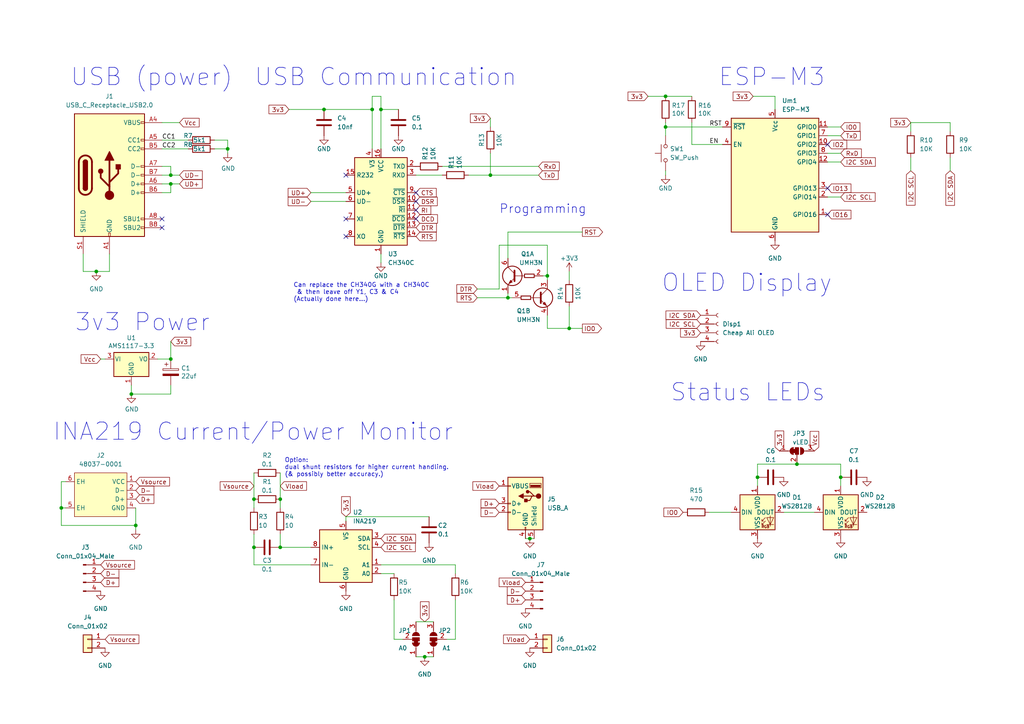
<source format=kicad_sch>
(kicad_sch (version 20211123) (generator eeschema)
  (paper "A4")
  (title_block (title "Remote Power Meter") (rev "1.0.0") (company "S. A. Miller"))
  (lib_symbols
    (symbol "Connector:Conn_01x04_Female" (pin_names (offset 1.016) hide)
      (property "Reference" "J" (at 0 5.08 0))
      (property "Value" "Conn_01x04_Female" (at 0 -7.62 0))
      (symbol "Conn_01x04_Female_1_1"
        (arc (start 0 -4.572) (mid -0.508 -5.08) (end 0 -5.588) (stroke (width 0.1524)))
        (arc (start 0 -2.032) (mid -0.508 -2.54) (end 0 -3.048) (stroke (width 0.1524)))
        (polyline (pts (xy -1.27 -5.08) (xy -0.508 -5.08)) (stroke (width 0.1524)))
        (polyline (pts (xy -1.27 -2.54) (xy -0.508 -2.54)) (stroke (width 0.1524)))
        (polyline (pts (xy -1.27 0) (xy -0.508 0)) (stroke (width 0.1524)))
        (polyline (pts (xy -1.27 2.54) (xy -0.508 2.54)) (stroke (width 0.1524)))
        (arc (start 0 0.508) (mid -0.508 0) (end 0 -0.508) (stroke (width 0.1524)))
        (arc (start 0 3.048) (mid -0.508 2.54) (end 0 2.032) (stroke (width 0.1524)))
        (pin passive line (at -5.08 2.54 0) (length 3.81) (name "Pin_1") (number "1"))
        (pin passive line (at -5.08 0 0) (length 3.81) (name "Pin_2") (number "2"))
        (pin passive line (at -5.08 -2.54 0) (length 3.81) (name "Pin_3") (number "3"))
        (pin passive line (at -5.08 -5.08 0) (length 3.81) (name "Pin_4") (number "4"))
      )
    )
    (symbol "Connector:Conn_01x04_Male" (pin_names (offset 1.016) hide)
      (property "Reference" "J" (at 0 5.08 0))
      (property "Value" "Conn_01x04_Male" (at 0 -7.62 0))
      (symbol "Conn_01x04_Male_1_1"
        (polyline (pts (xy 1.27 -5.08) (xy 0.8636 -5.08)) (stroke (width 0.1524)))
        (polyline (pts (xy 1.27 -2.54) (xy 0.8636 -2.54)) (stroke (width 0.1524)))
        (polyline (pts (xy 1.27 0) (xy 0.8636 0)) (stroke (width 0.1524)))
        (polyline (pts (xy 1.27 2.54) (xy 0.8636 2.54)) (stroke (width 0.1524)))
        (rectangle (start 0.8636 -4.953) (end 0 -5.207) (stroke (width 0.1524)) (fill (type outline)))
        (rectangle (start 0.8636 -2.413) (end 0 -2.667) (stroke (width 0.1524)) (fill (type outline)))
        (rectangle (start 0.8636 0.127) (end 0 -0.127) (stroke (width 0.1524)) (fill (type outline)))
        (rectangle (start 0.8636 2.667) (end 0 2.413) (stroke (width 0.1524)) (fill (type outline)))
        (pin passive line (at 5.08 2.54 180) (length 3.81) (name "Pin_1") (number "1"))
        (pin passive line (at 5.08 0 180) (length 3.81) (name "Pin_2") (number "2"))
        (pin passive line (at 5.08 -2.54 180) (length 3.81) (name "Pin_3") (number "3"))
        (pin passive line (at 5.08 -5.08 180) (length 3.81) (name "Pin_4") (number "4"))
      )
    )
    (symbol "Connector:USB_A" (pin_names (offset 1.016))
      (property "Reference" "J" (at -5.08 11.43 0))
      (property "Value" "USB_A" (at -5.08 8.89 0))
      (symbol "USB_A_0_1"
        (rectangle (start -5.08 -7.62) (end 5.08 7.62) (stroke (width 0.254)) (fill (type background)))
        (circle (center -3.81 2.159) (radius 0.635) (stroke (width 0.254)) (fill (type outline)))
        (rectangle (start -1.524 4.826) (end -4.318 5.334) (fill (type outline)))
        (rectangle (start -1.27 4.572) (end -4.572 5.842))
        (circle (center -0.635 3.429) (radius 0.381) (stroke (width 0.254)) (fill (type outline)))
        (rectangle (start -0.127 -7.62) (end 0.127 -6.858))
        (polyline (pts (xy -3.175 2.159) (xy -2.54 2.159) (xy -1.27 3.429) (xy -0.635 3.429)) (stroke (width 0.254)))
        (polyline (pts (xy -2.54 2.159) (xy -1.905 2.159) (xy -1.27 0.889) (xy 0 0.889)) (stroke (width 0.254)))
        (polyline (pts (xy 0.635 2.794) (xy 0.635 1.524) (xy 1.905 2.159) (xy 0.635 2.794)) (stroke (width 0.254)) (fill (type outline)))
        (rectangle (start 0.254 1.27) (end -0.508 0.508) (stroke (width 0.254)) (fill (type outline)))
        (rectangle (start 5.08 -2.667) (end 4.318 -2.413))
        (rectangle (start 5.08 -0.127) (end 4.318 0.127))
        (rectangle (start 5.08 4.953) (end 4.318 5.207))
      )
      (symbol "USB_A_1_1"
        (polyline (pts (xy -1.905 2.159) (xy 0.635 2.159)) (stroke (width 0.254)))
        (pin power_in line (at 7.62 5.08 180) (length 2.54) (name "VBUS") (number "1"))
        (pin bidirectional line (at 7.62 -2.54 180) (length 2.54) (name "D-") (number "2"))
        (pin bidirectional line (at 7.62 0 180) (length 2.54) (name "D+") (number "3"))
        (pin power_in line (at 0 -10.16 90) (length 2.54) (name "GND") (number "4"))
        (pin passive line (at -2.54 -10.16 90) (length 2.54) (name "Shield") (number "5"))
      )
    )
    (symbol "Connector:USB_C_Receptacle_USB2.0" (pin_names (offset 1.016))
      (property "Reference" "J" (at -10.16 19.05 0))
      (property "Value" "USB_C_Receptacle_USB2.0" (at 19.05 19.05 0))
      (symbol "USB_C_Receptacle_USB2.0_0_0"
        (rectangle (start -0.254 -17.78) (end 0.254 -16.764))
        (rectangle (start 10.16 -14.986) (end 9.144 -15.494))
        (rectangle (start 10.16 -12.446) (end 9.144 -12.954))
        (rectangle (start 10.16 -4.826) (end 9.144 -5.334))
        (rectangle (start 10.16 -2.286) (end 9.144 -2.794))
        (rectangle (start 10.16 0.254) (end 9.144 -0.254))
        (rectangle (start 10.16 2.794) (end 9.144 2.286))
        (rectangle (start 10.16 7.874) (end 9.144 7.366))
        (rectangle (start 10.16 10.414) (end 9.144 9.906))
        (rectangle (start 10.16 15.494) (end 9.144 14.986))
      )
      (symbol "USB_C_Receptacle_USB2.0_0_1"
        (rectangle (start -10.16 17.78) (end 10.16 -17.78) (stroke (width 0.254)) (fill (type background)))
        (arc (start -8.89 -3.81) (mid -6.985 -5.715) (end -5.08 -3.81) (stroke (width 0.508)))
        (arc (start -7.62 -3.81) (mid -6.985 -4.445) (end -6.35 -3.81) (stroke (width 0.254)))
        (arc (start -7.62 -3.81) (mid -6.985 -4.445) (end -6.35 -3.81) (stroke (width 0.254)) (fill (type outline)))
        (rectangle (start -7.62 -3.81) (end -6.35 3.81) (stroke (width 0.254)) (fill (type outline)))
        (arc (start -6.35 3.81) (mid -6.985 4.445) (end -7.62 3.81) (stroke (width 0.254)))
        (arc (start -6.35 3.81) (mid -6.985 4.445) (end -7.62 3.81) (stroke (width 0.254)) (fill (type outline)))
        (arc (start -5.08 3.81) (mid -6.985 5.715) (end -8.89 3.81) (stroke (width 0.508)))
        (circle (center -2.54 1.143) (radius 0.635) (stroke (width 0.254)) (fill (type outline)))
        (circle (center 0 -5.842) (radius 1.27) (fill (type outline)))
        (polyline (pts (xy -8.89 -3.81) (xy -8.89 3.81)) (stroke (width 0.508)))
        (polyline (pts (xy -5.08 3.81) (xy -5.08 -3.81)) (stroke (width 0.508)))
        (polyline (pts (xy 0 -5.842) (xy 0 4.318)) (stroke (width 0.508)))
        (polyline (pts (xy 0 -3.302) (xy -2.54 -0.762) (xy -2.54 0.508)) (stroke (width 0.508)))
        (polyline (pts (xy 0 -2.032) (xy 2.54 0.508) (xy 2.54 1.778)) (stroke (width 0.508)))
        (polyline (pts (xy -1.27 4.318) (xy 0 6.858) (xy 1.27 4.318) (xy -1.27 4.318)) (stroke (width 0.254)) (fill (type outline)))
        (rectangle (start 1.905 1.778) (end 3.175 3.048) (stroke (width 0.254)) (fill (type outline)))
      )
      (symbol "USB_C_Receptacle_USB2.0_1_1"
        (pin passive line (at 0 -22.86 90) (length 5.08) (name "GND") (number "A1"))
        (pin passive line (at 0 -22.86 90) (length 5.08) hide (name "GND") (number "A12"))
        (pin passive line (at 15.24 15.24 180) (length 5.08) (name "VBUS") (number "A4"))
        (pin bidirectional line (at 15.24 10.16 180) (length 5.08) (name "CC1") (number "A5"))
        (pin bidirectional line (at 15.24 -2.54 180) (length 5.08) (name "D+") (number "A6"))
        (pin bidirectional line (at 15.24 2.54 180) (length 5.08) (name "D-") (number "A7"))
        (pin bidirectional line (at 15.24 -12.7 180) (length 5.08) (name "SBU1") (number "A8"))
        (pin passive line (at 15.24 15.24 180) (length 5.08) hide (name "VBUS") (number "A9"))
        (pin passive line (at 0 -22.86 90) (length 5.08) hide (name "GND") (number "B1"))
        (pin passive line (at 0 -22.86 90) (length 5.08) hide (name "GND") (number "B12"))
        (pin passive line (at 15.24 15.24 180) (length 5.08) hide (name "VBUS") (number "B4"))
        (pin bidirectional line (at 15.24 7.62 180) (length 5.08) (name "CC2") (number "B5"))
        (pin bidirectional line (at 15.24 -5.08 180) (length 5.08) (name "D+") (number "B6"))
        (pin bidirectional line (at 15.24 0 180) (length 5.08) (name "D-") (number "B7"))
        (pin bidirectional line (at 15.24 -15.24 180) (length 5.08) (name "SBU2") (number "B8"))
        (pin passive line (at 15.24 15.24 180) (length 5.08) hide (name "VBUS") (number "B9"))
        (pin passive line (at -7.62 -22.86 90) (length 5.08) (name "SHIELD") (number "S1"))
      )
    )
    (symbol "Connector_Generic:Conn_01x02" (pin_names (offset 1.016) hide)
      (property "Reference" "J" (at 0 2.54 0))
      (property "Value" "Conn_01x02" (at 0 -5.08 0))
      (symbol "Conn_01x02_1_1"
        (rectangle (start -1.27 -2.413) (end 0 -2.667) (stroke (width 0.1524)))
        (rectangle (start -1.27 0.127) (end 0 -0.127) (stroke (width 0.1524)))
        (rectangle (start -1.27 1.27) (end 1.27 -3.81) (stroke (width 0.254)) (fill (type background)))
        (pin passive line (at -5.08 0 0) (length 3.81) (name "Pin_1") (number "1"))
        (pin passive line (at -5.08 -2.54 0) (length 3.81) (name "Pin_2") (number "2"))
      )
    )
    (symbol "Device:C" (pin_numbers hide) (pin_names (offset 0.254))
      (property "Reference" "C" (at 0.635 2.54 0))
      (property "Value" "C" (at 0.635 -2.54 0))
      (symbol "C_0_1"
        (polyline (pts (xy -2.032 -0.762) (xy 2.032 -0.762)) (stroke (width 0.508)))
        (polyline (pts (xy -2.032 0.762) (xy 2.032 0.762)) (stroke (width 0.508)))
      )
      (symbol "C_1_1"
        (pin passive line (at 0 3.81 270) (length 2.794) (name "~") (number "1"))
        (pin passive line (at 0 -3.81 90) (length 2.794) (name "~") (number "2"))
      )
    )
    (symbol "Device:CP" (pin_numbers hide) (pin_names (offset 0.254))
      (property "Reference" "C" (at 0.635 2.54 0))
      (property "Value" "Device_CP" (at 0.635 -2.54 0))
      (symbol "CP_0_1"
        (rectangle (start -2.286 0.508) (end 2.286 1.016))
        (polyline (pts (xy -1.778 2.286) (xy -0.762 2.286)))
        (polyline (pts (xy -1.27 2.794) (xy -1.27 1.778)))
        (rectangle (start 2.286 -0.508) (end -2.286 -1.016) (fill (type outline)))
      )
      (symbol "CP_1_1"
        (pin passive line (at 0 3.81 270) (length 2.794) (name "~") (number "1"))
        (pin passive line (at 0 -3.81 90) (length 2.794) (name "~") (number "2"))
      )
    )
    (symbol "Device:R" (pin_numbers hide) (pin_names (offset 0))
      (property "Reference" "R" (at 2.032 0 90))
      (property "Value" "R" (at 0 0 90))
      (symbol "R_0_1"
        (rectangle (start -1.016 -2.54) (end 1.016 2.54) (stroke (width 0.254)))
      )
      (symbol "R_1_1"
        (pin passive line (at 0 3.81 270) (length 1.27) (name "~") (number "1"))
        (pin passive line (at 0 -3.81 90) (length 1.27) (name "~") (number "2"))
      )
    )
    (symbol "Interface_USB:CH340G"
      (property "Reference" "U" (at -5.08 13.97 0))
      (property "Value" "CH340G" (at 1.27 13.97 0))
      (symbol "CH340G_0_1"
        (rectangle (start -7.62 12.7) (end 7.62 -12.7) (stroke (width 0.254)) (fill (type background)))
      )
      (symbol "CH340G_1_1"
        (pin power_in line (at 0 -15.24 90) (length 2.54) (name "GND") (number "1"))
        (pin input line (at 10.16 0 180) (length 2.54) (name "~{DSR}") (number "10"))
        (pin input line (at 10.16 -2.54 180) (length 2.54) (name "~{RI}") (number "11"))
        (pin input line (at 10.16 -5.08 180) (length 2.54) (name "~{DCD}") (number "12"))
        (pin output line (at 10.16 -7.62 180) (length 2.54) (name "~{DTR}") (number "13"))
        (pin output line (at 10.16 -10.16 180) (length 2.54) (name "~{RTS}") (number "14"))
        (pin input line (at -10.16 7.62 0) (length 2.54) (name "R232") (number "15"))
        (pin power_in line (at 0 15.24 270) (length 2.54) (name "VCC") (number "16"))
        (pin output line (at 10.16 10.16 180) (length 2.54) (name "TXD") (number "2"))
        (pin input line (at 10.16 7.62 180) (length 2.54) (name "RXD") (number "3"))
        (pin passive line (at -2.54 15.24 270) (length 2.54) (name "V3") (number "4"))
        (pin bidirectional line (at -10.16 2.54 0) (length 2.54) (name "UD+") (number "5"))
        (pin bidirectional line (at -10.16 0 0) (length 2.54) (name "UD-") (number "6"))
        (pin input line (at -10.16 -5.08 0) (length 2.54) (name "XI") (number "7"))
        (pin output line (at -10.16 -10.16 0) (length 2.54) (name "XO") (number "8"))
        (pin input line (at 10.16 2.54 180) (length 2.54) (name "~{CTS}") (number "9"))
      )
    )
    (symbol "Jumper:SolderJumper_3_Bridged12" (pin_names (offset 0) hide)
      (property "Reference" "JP" (at -2.54 -2.54 0))
      (property "Value" "SolderJumper_3_Bridged12" (at 0 2.794 0))
      (symbol "SolderJumper_3_Bridged12_0_1"
        (rectangle (start -1.016 0.508) (end -0.508 -0.508) (fill (type outline)))
        (arc (start -1.016 1.016) (mid -2.032 0) (end -1.016 -1.016))
        (arc (start -1.016 1.016) (mid -2.032 0) (end -1.016 -1.016) (fill (type outline)))
        (rectangle (start -0.508 1.016) (end 0.508 -1.016) (fill (type outline)))
        (polyline (pts (xy -2.54 0) (xy -2.032 0)))
        (polyline (pts (xy -1.016 1.016) (xy -1.016 -1.016)))
        (polyline (pts (xy 0 -1.27) (xy 0 -1.016)))
        (polyline (pts (xy 1.016 1.016) (xy 1.016 -1.016)))
        (polyline (pts (xy 2.54 0) (xy 2.032 0)))
        (arc (start 1.016 -1.016) (mid 2.032 0) (end 1.016 1.016))
        (arc (start 1.016 -1.016) (mid 2.032 0) (end 1.016 1.016) (fill (type outline)))
      )
      (symbol "SolderJumper_3_Bridged12_1_1"
        (pin passive line (at -5.08 0 0) (length 2.54) (name "A") (number "1"))
        (pin passive line (at 0 -3.81 90) (length 2.54) (name "C") (number "2"))
        (pin passive line (at 5.08 0 180) (length 2.54) (name "B") (number "3"))
      )
    )
    (symbol "LED:WS2812B" (pin_names (offset 0.254))
      (property "Reference" "D" (at 5.08 5.715 0))
      (property "Value" "WS2812B" (at 1.27 -5.715 0))
      (symbol "WS2812B_0_0"
        (text "RGB" (at 2.286 -4.191 0) (effects (font (size 0.762 0.762))))
      )
      (symbol "WS2812B_0_1"
        (polyline (pts (xy 1.27 -3.556) (xy 1.778 -3.556)))
        (polyline (pts (xy 1.27 -2.54) (xy 1.778 -2.54)))
        (polyline (pts (xy 4.699 -3.556) (xy 2.667 -3.556)))
        (polyline (pts (xy 2.286 -2.54) (xy 1.27 -3.556) (xy 1.27 -3.048)))
        (polyline (pts (xy 2.286 -1.524) (xy 1.27 -2.54) (xy 1.27 -2.032)))
        (polyline (pts (xy 3.683 -1.016) (xy 3.683 -3.556) (xy 3.683 -4.064)))
        (polyline (pts (xy 4.699 -1.524) (xy 2.667 -1.524) (xy 3.683 -3.556) (xy 4.699 -1.524)))
        (rectangle (start 5.08 5.08) (end -5.08 -5.08) (stroke (width 0.254)) (fill (type background)))
      )
      (symbol "WS2812B_1_1"
        (pin power_in line (at 0 7.62 270) (length 2.54) (name "VDD") (number "1"))
        (pin output line (at 7.62 0 180) (length 2.54) (name "DOUT") (number "2"))
        (pin power_in line (at 0 -7.62 90) (length 2.54) (name "VSS") (number "3"))
        (pin input line (at -7.62 0 0) (length 2.54) (name "DIN") (number "4"))
      )
    )
    (symbol "Regulator_Linear:AMS1117-3.3" (pin_names (offset 0.254))
      (property "Reference" "U" (at -3.81 3.175 0))
      (property "Value" "AMS1117-3.3" (at 0 3.175 0))
      (symbol "AMS1117-3.3_0_1"
        (rectangle (start -5.08 -5.08) (end 5.08 1.905) (stroke (width 0.254)) (fill (type background)))
      )
      (symbol "AMS1117-3.3_1_1"
        (pin power_in line (at 0 -7.62 90) (length 2.54) (name "GND") (number "1"))
        (pin power_out line (at 7.62 0 180) (length 2.54) (name "VO") (number "2"))
        (pin power_in line (at -7.62 0 0) (length 2.54) (name "VI") (number "3"))
      )
    )
    (symbol "Sensor_Energy:INA219AxD"
      (property "Reference" "U" (at -6.35 8.89 0))
      (property "Value" "INA219AxD" (at 5.08 8.89 0))
      (symbol "INA219AxD_0_1"
        (rectangle (start -7.62 7.62) (end 7.62 -7.62) (stroke (width 0.254)) (fill (type background)))
      )
      (symbol "INA219AxD_1_1"
        (pin input line (at 10.16 -2.54 180) (length 2.54) (name "A1") (number "1"))
        (pin input line (at 10.16 -5.08 180) (length 2.54) (name "A0") (number "2"))
        (pin bidirectional line (at 10.16 5.08 180) (length 2.54) (name "SDA") (number "3"))
        (pin input line (at 10.16 2.54 180) (length 2.54) (name "SCL") (number "4"))
        (pin power_in line (at 0 10.16 270) (length 2.54) (name "VS") (number "5"))
        (pin power_in line (at 0 -10.16 90) (length 2.54) (name "GND") (number "6"))
        (pin input line (at -10.16 -2.54 0) (length 2.54) (name "IN-") (number "7"))
        (pin input line (at -10.16 2.54 0) (length 2.54) (name "IN+") (number "8"))
      )
    )
    (symbol "Switch:SW_Push" (pin_numbers hide) (pin_names (offset 1.016) hide)
      (property "Reference" "SW" (at 1.27 2.54 0))
      (property "Value" "SW_Push" (at 0 -1.524 0))
      (symbol "SW_Push_0_1"
        (circle (center -2.032 0) (radius 0.508))
        (polyline (pts (xy 0 1.27) (xy 0 3.048)))
        (polyline (pts (xy 2.54 1.27) (xy -2.54 1.27)))
        (circle (center 2.032 0) (radius 0.508))
        (pin passive line (at -5.08 0 0) (length 2.54) (name "1") (number "1"))
        (pin passive line (at 5.08 0 180) (length 2.54) (name "2") (number "2"))
      )
    )
    (symbol "Transistor_BJT:UMH3N" (pin_names hide)
      (property "Reference" "Q" (at 7.62 1.27 0))
      (property "Value" "UMH3N" (at 7.62 -1.27 0))
      (symbol "UMH3N_0_1"
        (polyline (pts (xy 3.175 0) (xy 0.254 0)))
        (polyline (pts (xy 3.175 0.635) (xy 5.08 2.54)))
        (polyline (pts (xy 3.175 1.524) (xy 3.175 -1.524)) (stroke (width 0.508)))
        (polyline (pts (xy 3.175 -0.635) (xy 5.08 -2.54) (xy 5.08 -2.54)))
        (polyline (pts (xy 3.81 -1.778) (xy 4.318 -1.27) (xy 4.826 -2.286) (xy 3.81 -1.778) (xy 3.81 -1.778)) (fill (type outline)))
        (rectangle (start 0.254 0.508) (end -2.54 -0.508) (stroke (width 0.254)))
        (circle (center 3.81 0) (radius 2.8194) (stroke (width 0.254)))
      )
      (symbol "UMH3N_1_1"
        (pin passive line (at 5.08 -5.08 90) (length 2.54) (name "E1") (number "1"))
        (pin input line (at -5.08 0 0) (length 2.54) (name "B1") (number "2"))
        (pin passive line (at 5.08 5.08 270) (length 2.54) (name "C1") (number "6"))
      )
      (symbol "UMH3N_2_1"
        (pin passive line (at 5.08 5.08 270) (length 2.54) (name "C2") (number "3"))
        (pin passive line (at 5.08 -5.08 90) (length 2.54) (name "E2") (number "4"))
        (pin input line (at -5.08 0 0) (length 2.54) (name "B2") (number "5"))
      )
    )
    (symbol "USB-A-TH_48037-0001:48037-0001"
      (property "Reference" "USB" (at 0 10.16 0))
      (property "Value" "48037-0001" (at 0 -7.62 0))
      (symbol "48037-0001_0_1"
        (rectangle (start -7.62 7.62) (end 7.62 -5.08) (fill (type background)))
        (pin input line (at -10.16 5.08 0) (length 2.54) (name "VCC") (number "1"))
        (pin input line (at -10.16 2.54 0) (length 2.54) (name "D-") (number "2"))
        (pin input line (at -10.16 0 0) (length 2.54) (name "D+") (number "3"))
        (pin input line (at -10.16 -2.54 0) (length 2.54) (name "GND") (number "4"))
        (pin unspecified line (at 10.16 -2.54 180) (length 2.54) (name "EH") (number "5"))
        (pin unspecified line (at 10.16 5.08 180) (length 2.54) (name "EH") (number "6"))
      )
    )
    (symbol "esp-m3:ESP-M3"
      (property "Reference" "Um1" (at 2.0194 22.86 0))
      (property "Value" "ESP-M3" (at 2.0194 20.32 0))
      (symbol "ESP-M3_0_1"
        (rectangle (start -12.7 17.78) (end 12.7 -15.24) (stroke (width 0.254)) (fill (type background)))
      )
      (symbol "ESP-M3_1_1"
        (pin bidirectional line (at 15.24 -10.16 180) (length 2.54) (name "GPIO16") (number "1"))
        (pin bidirectional line (at 15.24 10.16 180) (length 2.54) (name "GPIO2") (number "10"))
        (pin bidirectional line (at 15.24 15.24 180) (length 2.54) (name "GPIO0") (number "11"))
        (pin bidirectional line (at 15.24 5.08 180) (length 2.54) (name "GPIO4") (number "12"))
        (pin bidirectional line (at 15.24 -5.08 180) (length 2.54) (name "GPIO14") (number "2"))
        (pin bidirectional line (at 15.24 -2.54 180) (length 2.54) (name "GPIO13") (number "3"))
        (pin input line (at -15.24 10.16 0) (length 2.54) (name "EN") (number "4"))
        (pin power_in line (at 0 20.32 270) (length 2.54) (name "Vcc") (number "5"))
        (pin power_in line (at 0 -17.78 90) (length 2.54) (name "GND") (number "6"))
        (pin bidirectional line (at 15.24 12.7 180) (length 2.54) (name "GPIO1") (number "7"))
        (pin bidirectional line (at 15.24 7.62 180) (length 2.54) (name "GPIO3") (number "8"))
        (pin input line (at -15.24 15.24 0) (length 2.54) (name "~{RST}") (number "9"))
      )
    )
    (symbol "power:+3.3V" (power) (pin_names (offset 0))
      (property "Value" "+3.3V" (at 0 3.556 0))
      (symbol "+3.3V_0_1"
        (polyline (pts (xy -0.762 1.27) (xy 0 2.54)))
        (polyline (pts (xy 0 0) (xy 0 2.54)))
        (polyline (pts (xy 0 2.54) (xy 0.762 1.27)))
      )
      (symbol "+3.3V_1_1"
        (pin power_in line (at 0 0 90) (length 0) hide (name "+3V3") (number "1"))
      )
    )
    (symbol "power:GND" (power) (pin_names (offset 0))
      (property "Value" "GND" (at 0 -3.81 0))
      (symbol "GND_0_1"
        (polyline (pts (xy 0 0) (xy 0 -1.27) (xy 1.27 -1.27) (xy 0 -2.54) (xy -1.27 -1.27) (xy 0 -1.27)))
      )
      (symbol "GND_1_1"
        (pin power_in line (at 0 0 270) (length 0) hide (name "GND") (number "1"))
      )
    )
  )
  (junction (at 81.28 158.75))
  (junction (at 219.71 138.43))
  (junction (at 66.04 43.18))
  (junction (at 38.1 114.3))
  (junction (at 243.84 138.43))
  (junction (at 193.04 36.83))
  (junction (at 193.04 27.94))
  (junction (at 158.75 80.01))
  (junction (at 142.24 50.8))
  (junction (at 73.66 158.75))
  (junction (at 231.14 134.62))
  (junction (at 49.53 53.34))
  (junction (at 147.32 86.36))
  (junction (at 73.66 144.78))
  (junction (at 93.98 31.75))
  (junction (at 107.95 31.75))
  (junction (at 27.94 78.74))
  (junction (at 39.37 152.4))
  (junction (at 81.28 144.78))
  (junction (at 49.53 50.8))
  (junction (at 123.19 190.5))
  (junction (at 110.49 31.75))
  (junction (at 165.1 95.25))
  (junction (at 17.78 147.32))
  (junction (at 153.67 156.21))
  (junction (at 49.53 104.14))
  (no_connect (at 240.03 62.23))
  (no_connect (at 120.65 55.88))
  (no_connect (at 46.99 66.04))
  (no_connect (at 120.65 58.42))
  (no_connect (at 100.33 50.8))
  (no_connect (at 240.03 54.61))
  (no_connect (at 120.65 60.96))
  (no_connect (at 120.65 63.5))
  (no_connect (at 46.99 63.5))
  (no_connect (at 100.33 63.5))
  (no_connect (at 240.03 41.91))
  (no_connect (at 100.33 68.58))
  (wire (pts (xy 158.75 80.01) (xy 158.75 81.28)))
  (wire (pts (xy 49.53 99.06) (xy 49.53 104.14)))
  (wire (pts (xy 193.04 36.83) (xy 209.55 36.83)))
  (wire (pts (xy 110.49 31.75) (xy 110.49 43.18)))
  (wire (pts (xy 110.49 76.2) (xy 110.49 73.66)))
  (wire (pts (xy 193.04 35.56) (xy 193.04 36.83)))
  (wire (pts (xy 81.28 144.78) (xy 81.28 147.32)))
  (wire (pts (xy 153.67 156.21) (xy 152.4 156.21)))
  (wire (pts (xy 29.21 104.14) (xy 30.48 104.14)))
  (wire (pts (xy 243.84 138.43) (xy 243.84 140.97)))
  (wire (pts (xy 264.16 35.56) (xy 264.16 38.1)))
  (wire (pts (xy 147.32 67.31) (xy 168.91 67.31)))
  (wire (pts (xy 200.66 35.56) (xy 200.66 41.91)))
  (wire (pts (xy 243.84 57.15) (xy 240.03 57.15)))
  (wire (pts (xy 142.24 34.29) (xy 142.24 36.83)))
  (wire (pts (xy 17.78 147.32) (xy 19.05 147.32)))
  (wire (pts (xy 120.65 180.34) (xy 125.73 180.34)))
  (wire (pts (xy 46.99 55.88) (xy 49.53 55.88)))
  (wire (pts (xy 46.99 48.26) (xy 49.53 48.26)))
  (wire (pts (xy 243.84 36.83) (xy 240.03 36.83)))
  (wire (pts (xy 46.99 53.34) (xy 49.53 53.34)))
  (wire (pts (xy 73.66 137.16) (xy 73.66 144.78)))
  (wire (pts (xy 110.49 166.37) (xy 114.3 166.37)))
  (wire (pts (xy 125.73 190.5) (xy 123.19 190.5)))
  (wire (pts (xy 83.82 31.75) (xy 93.98 31.75)))
  (wire (pts (xy 158.75 71.12) (xy 158.75 80.01)))
  (wire (pts (xy 19.05 139.7) (xy 17.78 139.7)))
  (wire (pts (xy 275.59 35.56) (xy 264.16 35.56)))
  (wire (pts (xy 90.17 58.42) (xy 100.33 58.42)))
  (wire (pts (xy 17.78 139.7) (xy 17.78 147.32)))
  (wire (pts (xy 275.59 45.72) (xy 275.59 49.53)))
  (wire (pts (xy 107.95 31.75) (xy 107.95 27.94)))
  (wire (pts (xy 132.08 185.42) (xy 129.54 185.42)))
  (wire (pts (xy 49.53 55.88) (xy 49.53 53.34)))
  (wire (pts (xy 218.44 27.94) (xy 224.79 27.94)))
  (wire (pts (xy 158.75 95.25) (xy 165.1 95.25)))
  (wire (pts (xy 187.96 27.94) (xy 193.04 27.94)))
  (wire (pts (xy 158.75 95.25) (xy 158.75 91.44)))
  (wire (pts (xy 142.24 50.8) (xy 156.21 50.8)))
  (wire (pts (xy 231.14 134.62) (xy 243.84 134.62)))
  (wire (pts (xy 107.95 31.75) (xy 93.98 31.75)))
  (wire (pts (xy 165.1 88.9) (xy 165.1 95.25)))
  (wire (pts (xy 81.28 154.94) (xy 81.28 158.75)))
  (wire (pts (xy 243.84 46.99) (xy 240.03 46.99)))
  (wire (pts (xy 49.53 114.3) (xy 38.1 114.3)))
  (wire (pts (xy 24.13 78.74) (xy 27.94 78.74)))
  (wire (pts (xy 46.99 43.18) (xy 54.61 43.18)))
  (wire (pts (xy 138.43 86.36) (xy 147.32 86.36)))
  (wire (pts (xy 147.32 86.36) (xy 148.59 86.36)))
  (wire (pts (xy 17.78 147.32) (xy 17.78 152.4)))
  (wire (pts (xy 144.78 83.82) (xy 144.78 71.12)))
  (wire (pts (xy 193.04 49.53) (xy 193.04 50.8)))
  (wire (pts (xy 132.08 166.37) (xy 132.08 163.83)))
  (wire (pts (xy 120.65 190.5) (xy 123.19 190.5)))
  (wire (pts (xy 224.79 27.94) (xy 224.79 31.75)))
  (wire (pts (xy 205.74 148.59) (xy 212.09 148.59)))
  (wire (pts (xy 157.48 80.01) (xy 158.75 80.01)))
  (wire (pts (xy 154.94 156.21) (xy 153.67 156.21)))
  (wire (pts (xy 110.49 31.75) (xy 115.57 31.75)))
  (wire (pts (xy 17.78 152.4) (xy 39.37 152.4)))
  (wire (pts (xy 227.33 148.59) (xy 236.22 148.59)))
  (wire (pts (xy 193.04 27.94) (xy 200.66 27.94)))
  (wire (pts (xy 275.59 38.1) (xy 275.59 35.56)))
  (wire (pts (xy 46.99 40.64) (xy 54.61 40.64)))
  (wire (pts (xy 81.28 158.75) (xy 90.17 158.75)))
  (wire (pts (xy 66.04 40.64) (xy 66.04 43.18)))
  (wire (pts (xy 138.43 83.82) (xy 144.78 83.82)))
  (wire (pts (xy 120.65 50.8) (xy 128.27 50.8)))
  (wire (pts (xy 243.84 44.45) (xy 240.03 44.45)))
  (wire (pts (xy 147.32 85.09) (xy 147.32 86.36)))
  (wire (pts (xy 219.71 138.43) (xy 219.71 140.97)))
  (wire (pts (xy 114.3 185.42) (xy 116.84 185.42)))
  (wire (pts (xy 62.23 40.64) (xy 66.04 40.64)))
  (wire (pts (xy 132.08 163.83) (xy 110.49 163.83)))
  (wire (pts (xy 49.53 53.34) (xy 52.07 53.34)))
  (wire (pts (xy 200.66 41.91) (xy 209.55 41.91)))
  (wire (pts (xy 100.33 151.13) (xy 100.33 149.86)))
  (wire (pts (xy 107.95 27.94) (xy 110.49 27.94)))
  (wire (pts (xy 66.04 43.18) (xy 66.04 44.45)))
  (wire (pts (xy 49.53 48.26) (xy 49.53 50.8)))
  (wire (pts (xy 165.1 95.25) (xy 168.91 95.25)))
  (wire (pts (xy 135.89 50.8) (xy 142.24 50.8)))
  (wire (pts (xy 243.84 134.62) (xy 243.84 138.43)))
  (wire (pts (xy 31.75 73.66) (xy 31.75 78.74)))
  (wire (pts (xy 147.32 67.31) (xy 147.32 74.93)))
  (wire (pts (xy 49.53 50.8) (xy 52.07 50.8)))
  (wire (pts (xy 110.49 27.94) (xy 110.49 31.75)))
  (wire (pts (xy 39.37 152.4) (xy 39.37 147.32)))
  (wire (pts (xy 264.16 45.72) (xy 264.16 49.53)))
  (wire (pts (xy 73.66 163.83) (xy 90.17 163.83)))
  (wire (pts (xy 27.94 78.74) (xy 31.75 78.74)))
  (wire (pts (xy 46.99 35.56) (xy 52.07 35.56)))
  (wire (pts (xy 39.37 153.67) (xy 39.37 152.4)))
  (wire (pts (xy 73.66 158.75) (xy 73.66 163.83)))
  (wire (pts (xy 142.24 44.45) (xy 142.24 50.8)))
  (wire (pts (xy 165.1 78.74) (xy 165.1 81.28)))
  (wire (pts (xy 24.13 73.66) (xy 24.13 78.74)))
  (wire (pts (xy 46.99 50.8) (xy 49.53 50.8)))
  (wire (pts (xy 49.53 111.76) (xy 49.53 114.3)))
  (wire (pts (xy 128.27 48.26) (xy 156.21 48.26)))
  (wire (pts (xy 219.71 134.62) (xy 231.14 134.62)))
  (wire (pts (xy 243.84 39.37) (xy 240.03 39.37)))
  (wire (pts (xy 132.08 173.99) (xy 132.08 185.42)))
  (wire (pts (xy 38.1 114.3) (xy 38.1 111.76)))
  (wire (pts (xy 81.28 137.16) (xy 81.28 144.78)))
  (wire (pts (xy 90.17 55.88) (xy 100.33 55.88)))
  (wire (pts (xy 45.72 104.14) (xy 49.53 104.14)))
  (wire (pts (xy 114.3 173.99) (xy 114.3 185.42)))
  (wire (pts (xy 73.66 154.94) (xy 73.66 158.75)))
  (wire (pts (xy 73.66 144.78) (xy 73.66 147.32)))
  (wire (pts (xy 107.95 31.75) (xy 107.95 43.18)))
  (wire (pts (xy 62.23 43.18) (xy 66.04 43.18)))
  (wire (pts (xy 219.71 134.62) (xy 219.71 138.43)))
  (wire (pts (xy 100.33 149.86) (xy 124.46 149.86)))
  (wire (pts (xy 193.04 36.83) (xy 193.04 39.37)))
  (wire (pts (xy 144.78 71.12) (xy 158.75 71.12)))
  (text "OLED Display" (at 191.77 85.09 0) (effects (font (size 5 5)) (justify left bottom)))
  (text "Status LEDs" (at 194.31 116.84 0) (effects (font (size 5 5)) (justify left bottom)))
  (text "Programming" (at 144.78 62.23 0) (effects (font (size 2.54 2.54)) (justify left bottom)))
  (text "ESP-M3" (at 208.28 25.4 0) (effects (font (size 5 5)) (justify left bottom)))
  (text "USB (power)" (at 20.32 25.4 0) (effects (font (size 5 5)) (justify left bottom)))
  (text "3v3 Power" (at 21.59 96.52 0) (effects (font (size 5 5)) (justify left bottom)))
  (text "Can replace the CH340G with a CH340C\n & then leave off Y1, C3 & C4\n(Actually done here...)" (at 85.09 87.63 0) (effects (font (size 1.27 1.27)) (justify left bottom)))
  (text "USB Communication" (at 73.66 25.4 0) (effects (font (size 5 5)) (justify left bottom)))
  (text "Option:\ndual shunt resistors for higher current handling.\n(& possibly better accuracy.)" (at 82.55 138.43 0) (effects (font (size 1.27 1.27)) (justify left bottom)))
  (text "INA219 Current/Power Monitor" (at 15.24 128.27 0) (effects (font (size 5 5)) (justify left bottom)))
  (label "CC2" (at 46.99 43.18 0))
  (label "CC1" (at 46.99 40.64 0))
  (label "EN" (at 205.74 41.91 0))
  (label "RST" (at 205.74 36.83 0))
  (global_label "I2C SCL" (shape input) (at 110.49 158.75 0) (property "Intersheet References" "${INTERSHEET_REFS}" (effects hide)))
  (global_label "DTR" (shape input) (at 120.65 66.04 0) (property "Intersheet References" "${INTERSHEET_REFS}" (effects hide)))
  (global_label "RxD" (shape input) (at 243.84 44.45 0) (property "Intersheet References" "${INTERSHEET_REFS}" (effects hide)))
  (global_label "D-" (shape input) (at 29.21 166.37 0) (property "Intersheet References" "${INTERSHEET_REFS}" (effects hide)))
  (global_label "I2C SCL" (shape input) (at 203.2 93.98 180) (property "Intersheet References" "${INTERSHEET_REFS}" (effects hide)))
  (global_label "3v3" (shape input) (at 187.96 27.94 180) (property "Intersheet References" "${INTERSHEET_REFS}" (effects hide)))
  (global_label "3v3" (shape input) (at 100.33 149.86 90) (property "Intersheet References" "${INTERSHEET_REFS}" (effects hide)))
  (global_label "Vcc" (shape input) (at 52.07 35.56 0) (property "Intersheet References" "${INTERSHEET_REFS}" (effects hide)))
  (global_label "IO2" (shape input) (at 240.03 41.91 0) (property "Intersheet References" "${INTERSHEET_REFS}" (effects hide)))
  (global_label "RTS" (shape input) (at 120.65 68.58 0) (property "Intersheet References" "${INTERSHEET_REFS}" (effects hide)))
  (global_label "DSR" (shape input) (at 120.65 58.42 0) (property "Intersheet References" "${INTERSHEET_REFS}" (effects hide)))
  (global_label "3v3" (shape input) (at 203.2 96.52 180) (property "Intersheet References" "${INTERSHEET_REFS}" (effects hide)))
  (global_label "DTR" (shape input) (at 138.43 83.82 180) (property "Intersheet References" "${INTERSHEET_REFS}" (effects hide)))
  (global_label "Vload" (shape input) (at 152.4 168.91 180) (property "Intersheet References" "${INTERSHEET_REFS}" (effects hide)))
  (global_label "RI" (shape input) (at 120.65 60.96 0) (property "Intersheet References" "${INTERSHEET_REFS}" (effects hide)))
  (global_label "RST" (shape output) (at 168.91 67.31 0) (property "Intersheet References" "${INTERSHEET_REFS}" (effects hide)))
  (global_label "3v3" (shape input) (at 218.44 27.94 180) (property "Intersheet References" "${INTERSHEET_REFS}" (effects hide)))
  (global_label "CTS" (shape input) (at 120.65 55.88 0) (property "Intersheet References" "${INTERSHEET_REFS}" (effects hide)))
  (global_label "Vcc" (shape input) (at 29.21 104.14 180) (property "Intersheet References" "${INTERSHEET_REFS}" (effects hide)))
  (global_label "IO13" (shape input) (at 240.03 54.61 0) (property "Intersheet References" "${INTERSHEET_REFS}" (effects hide)))
  (global_label "D-" (shape input) (at 39.37 142.24 0) (property "Intersheet References" "${INTERSHEET_REFS}" (effects hide)))
  (global_label "UD+" (shape input) (at 52.07 53.34 0) (property "Intersheet References" "${INTERSHEET_REFS}" (effects hide)))
  (global_label "UD-" (shape input) (at 52.07 50.8 0) (property "Intersheet References" "${INTERSHEET_REFS}" (effects hide)))
  (global_label "Vload" (shape input) (at 153.67 185.42 180) (property "Intersheet References" "${INTERSHEET_REFS}" (effects hide)))
  (global_label "IO0" (shape input) (at 243.84 36.83 0) (property "Intersheet References" "${INTERSHEET_REFS}" (effects hide)))
  (global_label "3v3" (shape input) (at 142.24 34.29 180) (property "Intersheet References" "${INTERSHEET_REFS}" (effects hide)))
  (global_label "Vcc" (shape input) (at 236.22 130.81 90) (property "Intersheet References" "${INTERSHEET_REFS}" (effects hide)))
  (global_label "RTS" (shape input) (at 138.43 86.36 180) (property "Intersheet References" "${INTERSHEET_REFS}" (effects hide)))
  (global_label "D+" (shape input) (at 144.78 146.05 180) (property "Intersheet References" "${INTERSHEET_REFS}" (effects hide)))
  (global_label "3v3" (shape input) (at 49.53 99.06 0) (property "Intersheet References" "${INTERSHEET_REFS}" (effects hide)))
  (global_label "I2C SDA" (shape input) (at 243.84 46.99 0) (property "Intersheet References" "${INTERSHEET_REFS}" (effects hide)))
  (global_label "3v3" (shape input) (at 226.06 130.81 90) (property "Intersheet References" "${INTERSHEET_REFS}" (effects hide)))
  (global_label "3v3" (shape input) (at 123.19 180.34 90) (property "Intersheet References" "${INTERSHEET_REFS}" (effects hide)))
  (global_label "IO0" (shape output) (at 168.91 95.25 0) (property "Intersheet References" "${INTERSHEET_REFS}" (effects hide)))
  (global_label "I2C SDA" (shape input) (at 203.2 91.44 180) (property "Intersheet References" "${INTERSHEET_REFS}" (effects hide)))
  (global_label "TxD" (shape input) (at 156.21 50.8 0) (property "Intersheet References" "${INTERSHEET_REFS}" (effects hide)))
  (global_label "RxD" (shape input) (at 156.21 48.26 0) (property "Intersheet References" "${INTERSHEET_REFS}" (effects hide)))
  (global_label "Vload" (shape input) (at 81.28 140.97 0) (property "Intersheet References" "${INTERSHEET_REFS}" (effects hide)))
  (global_label "Vsource" (shape input) (at 30.48 185.42 0) (property "Intersheet References" "${INTERSHEET_REFS}" (effects hide)))
  (global_label "D+" (shape input) (at 152.4 173.99 180) (property "Intersheet References" "${INTERSHEET_REFS}" (effects hide)))
  (global_label "D-" (shape input) (at 152.4 171.45 180) (property "Intersheet References" "${INTERSHEET_REFS}" (effects hide)))
  (global_label "UD+" (shape input) (at 90.17 55.88 180) (property "Intersheet References" "${INTERSHEET_REFS}" (effects hide)))
  (global_label "TxD" (shape input) (at 243.84 39.37 0) (property "Intersheet References" "${INTERSHEET_REFS}" (effects hide)))
  (global_label "DCD" (shape input) (at 120.65 63.5 0) (property "Intersheet References" "${INTERSHEET_REFS}" (effects hide)))
  (global_label "Vload" (shape input) (at 144.78 140.97 180) (property "Intersheet References" "${INTERSHEET_REFS}" (effects hide)))
  (global_label "D+" (shape input) (at 39.37 144.78 0) (property "Intersheet References" "${INTERSHEET_REFS}" (effects hide)))
  (global_label "Vsource" (shape input) (at 39.37 139.7 0) (property "Intersheet References" "${INTERSHEET_REFS}" (effects hide)))
  (global_label "I2C SDA" (shape input) (at 275.59 49.53 270) (property "Intersheet References" "${INTERSHEET_REFS}" (effects hide)))
  (global_label "Vsource" (shape input) (at 29.21 163.83 0) (property "Intersheet References" "${INTERSHEET_REFS}" (effects hide)))
  (global_label "UD-" (shape input) (at 90.17 58.42 180) (property "Intersheet References" "${INTERSHEET_REFS}" (effects hide)))
  (global_label "Vsource" (shape input) (at 73.66 140.97 180) (property "Intersheet References" "${INTERSHEET_REFS}" (effects hide)))
  (global_label "IO16" (shape input) (at 240.03 62.23 0) (property "Intersheet References" "${INTERSHEET_REFS}" (effects hide)))
  (global_label "3v3" (shape input) (at 264.16 35.56 180) (property "Intersheet References" "${INTERSHEET_REFS}" (effects hide)))
  (global_label "I2C SCL" (shape input) (at 264.16 49.53 270) (property "Intersheet References" "${INTERSHEET_REFS}" (effects hide)))
  (global_label "IO0" (shape input) (at 198.12 148.59 180) (property "Intersheet References" "${INTERSHEET_REFS}" (effects hide)))
  (global_label "D+" (shape input) (at 29.21 168.91 0) (property "Intersheet References" "${INTERSHEET_REFS}" (effects hide)))
  (global_label "D-" (shape input) (at 144.78 148.59 180) (property "Intersheet References" "${INTERSHEET_REFS}" (effects hide)))
  (global_label "I2C SCL" (shape input) (at 243.84 57.15 0) (property "Intersheet References" "${INTERSHEET_REFS}" (effects hide)))
  (global_label "3v3" (shape input) (at 83.82 31.75 180) (property "Intersheet References" "${INTERSHEET_REFS}" (effects hide)))
  (global_label "I2C SDA" (shape input) (at 110.49 156.21 0) (property "Intersheet References" "${INTERSHEET_REFS}" (effects hide)))
  (symbol (lib_id "Device:R") (at 77.47 144.78 270) (unit 1)
    (property "Reference" "R1" (at 77.47 139.7 90))
    (property "Value" "0.1" (at 77.47 142.24 90))
    (property "Footprint" "Resistor_SMD:R_2816_7142Metric_Pad3.20x4.45mm_HandSolder" (effects hide))
    (property "LCSC" "C844084" (effects hide))
  )
  (symbol (lib_id "power:+3.3V") (at 165.1 78.74 0) (unit 1)
    (property "Reference" "#PWR0117" (effects hide))
    (property "Value" "+3.3V" (at 165.1 74.93 0))
  )
  (symbol (lib_id "Connector:Conn_01x04_Female") (at 208.28 93.98 0) (unit 1)
    (property "Reference" "Disp1" (at 209.55 93.9799 0) (effects (justify left)))
    (property "Value" "Cheap Ali OLED" (at 209.55 96.5199 0) (effects (justify left)))
    (property "Footprint" "Connector_PinSocket_2.54mm:PinSocket_1x04_P2.54mm_Vertical" (effects hide))
  )
  (symbol (lib_id "Device:C") (at 223.52 138.43 90) (unit 1)
    (property "Reference" "C6" (at 223.52 130.81 90))
    (property "Value" "0.1" (at 223.52 133.35 90))
    (property "Footprint" "Capacitor_SMD:C_0603_1608Metric_Pad1.08x0.95mm_HandSolder" (effects hide))
    (property "LCSC" "C14663" (effects hide))
  )
  (symbol (lib_id "power:GND") (at 227.33 138.43 0) (unit 1)
    (property "Reference" "#PWR0120" (effects hide))
    (property "Value" "GND" (at 227.33 143.51 0))
  )
  (symbol (lib_id "power:GND") (at 39.37 153.67 0) (unit 1)
    (property "Reference" "#PWR0122" (effects hide))
    (property "Value" "GND" (at 39.37 158.75 0))
  )
  (symbol (lib_id "power:GND") (at 66.04 44.45 0) (unit 1)
    (property "Reference" "#PWR0102" (effects hide))
    (property "Value" "GND" (at 66.167 48.8442 0))
  )
  (symbol (lib_id "Device:C") (at 93.98 35.56 0) (unit 1)
    (property "Reference" "C4" (at 97.79 34.2899 0) (effects (justify left)))
    (property "Value" "10nf" (at 97.79 36.8299 0) (effects (justify left)))
    (property "Footprint" "Capacitor_SMD:C_0603_1608Metric_Pad1.08x0.95mm_HandSolder" (effects hide))
    (property "LCSC" "C161232" (effects hide))
  )
  (symbol (lib_id "power:GND") (at 27.94 78.74 0) (unit 1)
    (property "Reference" "#PWR0101" (effects hide))
    (property "Value" "GND" (at 27.94 83.82 0))
  )
  (symbol (lib_id "LED:WS2812B") (at 219.71 148.59 0) (unit 1)
    (property "Reference" "D1" (at 231.14 144.2593 0))
    (property "Value" "WS2812B" (at 231.14 146.7993 0))
    (property "Footprint" "LED_SMD:LED_WS2812B_PLCC4_5.0x5.0mm_P3.2mm" (effects hide))
    (property "Datasheet" "https://cdn-shop.adafruit.com/datasheets/WS2812B.pdf" (effects hide))
    (property "LCSC" "C2843785" (effects hide))
  )
  (symbol (lib_id "Device:R") (at 193.04 31.75 0) (unit 1)
    (property "Reference" "R17" (at 194.818 30.5816 0) (effects (justify left)))
    (property "Value" "10K" (at 194.818 32.893 0) (effects (justify left)))
    (property "Footprint" "Resistor_SMD:R_0603_1608Metric_Pad0.98x0.95mm_HandSolder" (effects hide))
    (property "LCSC" "C25804" (effects hide))
  )
  (symbol (lib_id "Jumper:SolderJumper_3_Bridged12") (at 125.73 185.42 90) (unit 1) (in_bom no)
    (property "Reference" "JP2" (at 130.81 182.88 90) (effects (justify left)))
    (property "Value" "A1" (at 130.81 187.96 90) (effects (justify left)))
    (property "Footprint" "Jumper:SolderJumper-3_P1.3mm_Bridged12_RoundedPad1.0x1.5mm" (effects hide))
  )
  (symbol (lib_id "power:GND") (at 124.46 157.48 0) (unit 1)
    (property "Reference" "#PWR0108" (effects hide))
    (property "Value" "GND" (at 124.46 162.56 0))
  )
  (symbol (lib_id "Connector:USB_A") (at 152.4 146.05 0) (mirror y) (unit 1)
    (property "Reference" "J5" (at 158.75 144.7799 0) (effects (justify right)))
    (property "Value" "USB_A" (at 158.75 147.3199 0) (effects (justify right)))
    (property "Footprint" "Connector_USB:USB_A_CONNFLY_DS1095-WNR0" (effects hide))
    (property "Datasheet" " ~" (effects hide))
    (property "LCSC" "C6389922" (effects hide))
  )
  (symbol (lib_id "Connector_Generic:Conn_01x02") (at 158.75 185.42 0) (unit 1)
    (property "Reference" "J6" (at 161.29 185.4199 0) (effects (justify left)))
    (property "Value" "Conn_01x02" (at 161.29 187.9599 0) (effects (justify left)))
    (property "Footprint" "TerminalBlock_4Ucon:TerminalBlock_4Ucon_1x02_P3.50mm_Horizontal" (effects hide))
    (property "LCSC" "C784940" (effects hide))
  )
  (symbol (lib_id "Device:R") (at 73.66 151.13 0) (unit 1)
    (property "Reference" "R3" (at 74.93 149.86 0) (effects (justify left)))
    (property "Value" "10" (at 74.93 152.4 0) (effects (justify left)))
    (property "Footprint" "Resistor_SMD:R_0603_1608Metric_Pad0.98x0.95mm_HandSolder" (effects hide))
    (property "LCSC" "C22859" (effects hide))
  )
  (symbol (lib_id "Device:R") (at 200.66 31.75 0) (unit 1)
    (property "Reference" "R16" (at 202.438 30.5816 0) (effects (justify left)))
    (property "Value" "10K" (at 202.438 32.893 0) (effects (justify left)))
    (property "Footprint" "Resistor_SMD:R_0603_1608Metric_Pad0.98x0.95mm_HandSolder" (effects hide))
    (property "LCSC" "C25804" (effects hide))
  )
  (symbol (lib_id "power:GND") (at 203.2 99.06 0) (unit 1)
    (property "Reference" "#PWR0109" (effects hide))
    (property "Value" "GND" (at 203.2 104.14 0))
  )
  (symbol (lib_id "LED:WS2812B") (at 243.84 148.59 0) (unit 1)
    (property "Reference" "D2" (at 255.27 144.2593 0))
    (property "Value" "WS2812B" (at 255.27 146.7993 0))
    (property "Footprint" "LED_SMD:LED_WS2812B_PLCC4_5.0x5.0mm_P3.2mm" (effects hide))
    (property "Datasheet" "https://cdn-shop.adafruit.com/datasheets/WS2812B.pdf" (effects hide))
    (property "LCSC" "C2843785" (effects hide))
  )
  (symbol (lib_id "Device:CP") (at 49.53 107.95 0) (unit 1)
    (property "Reference" "C1" (at 52.5272 106.7816 0) (effects (justify left)))
    (property "Value" "22uf" (at 52.5272 109.093 0) (effects (justify left)))
    (property "Footprint" "Capacitor_Tantalum_SMD:CP_EIA-6032-28_Kemet-C_Pad2.25x2.35mm_HandSolder" (effects hide))
    (property "Datasheet" "http://datasheets.avx.com/TAJ.pdf" (effects hide))
    (property "P/N" "TAJB226M010RNJ" (effects hide))
    (property "LCSC" "C145122" (effects hide))
  )
  (symbol (lib_id "Device:R") (at 81.28 151.13 0) (unit 1)
    (property "Reference" "R4" (at 82.55 149.86 0) (effects (justify left)))
    (property "Value" "10" (at 82.55 152.4 0) (effects (justify left)))
    (property "Footprint" "Resistor_SMD:R_0603_1608Metric_Pad0.98x0.95mm_HandSolder" (effects hide))
    (property "LCSC" "C22859" (effects hide))
  )
  (symbol (lib_id "power:GND") (at 100.33 171.45 0) (unit 1)
    (property "Reference" "#PWR0105" (effects hide))
    (property "Value" "GND" (at 100.33 176.53 0))
  )
  (symbol (lib_id "power:GND") (at 153.67 187.96 0) (unit 1)
    (property "Reference" "#PWR0112" (effects hide))
    (property "Value" "GND" (at 153.67 193.04 0))
  )
  (symbol (lib_id "Switch:SW_Push") (at 193.04 44.45 90) (unit 1)
    (property "Reference" "SW1" (at 194.31 43.1799 90) (effects (justify right)))
    (property "Value" "SW_Push" (at 194.31 45.7199 90) (effects (justify right)))
    (property "Footprint" "Tinker:SW_Push_TS273014TP" (effects hide))
    (property "LCSC" "C2858276" (effects hide))
  )
  (symbol (lib_id "Connector:Conn_01x04_Male") (at 24.13 166.37 0) (unit 1)
    (property "Reference" "J3" (at 24.765 158.75 0))
    (property "Value" "Conn_01x04_Male" (at 24.765 161.29 0))
    (property "Footprint" "Connector_PinHeader_2.54mm:PinHeader_1x04_P2.54mm_Vertical" (effects hide))
  )
  (symbol (lib_id "Jumper:SolderJumper_3_Bridged12") (at 231.14 130.81 0) (unit 1) (in_bom no)
    (property "Reference" "JP3" (at 229.87 125.73 0) (effects (justify left)))
    (property "Value" "vLED" (at 229.87 128.27 0) (effects (justify left)))
    (property "Footprint" "Jumper:SolderJumper-3_P1.3mm_Bridged12_RoundedPad1.0x1.5mm" (effects hide))
  )
  (symbol (lib_id "power:GND") (at 93.98 39.37 0) (unit 1)
    (property "Reference" "#PWR0115" (effects hide))
    (property "Value" "GND" (at 93.98 43.18 0))
  )
  (symbol (lib_id "Connector:Conn_01x04_Male") (at 157.48 171.45 0) (mirror y) (unit 1)
    (property "Reference" "J7" (at 156.845 163.83 0))
    (property "Value" "Conn_01x04_Male" (at 156.845 166.37 0))
    (property "Footprint" "Connector_PinHeader_2.54mm:PinHeader_1x04_P2.54mm_Vertical" (effects hide))
  )
  (symbol (lib_id "Device:C") (at 115.57 35.56 180) (unit 1)
    (property "Reference" "C5" (at 119.38 34.2899 0) (effects (justify right)))
    (property "Value" "0.1" (at 119.38 36.8299 0) (effects (justify right)))
    (property "Footprint" "Capacitor_SMD:C_0603_1608Metric_Pad1.08x0.95mm_HandSolder" (effects hide))
    (property "LCSC" "C14663" (effects hide))
  )
  (symbol (lib_id "power:GND") (at 29.21 171.45 0) (unit 1)
    (property "Reference" "#PWR0106" (effects hide))
    (property "Value" "GND" (at 29.21 176.53 0))
  )
  (symbol (lib_id "Device:C") (at 77.47 158.75 270) (unit 1)
    (property "Reference" "C3" (at 77.47 162.56 90))
    (property "Value" "0.1" (at 77.47 165.1 90))
    (property "Footprint" "Capacitor_SMD:C_0603_1608Metric_Pad1.08x0.95mm_HandSolder" (effects hide))
    (property "LCSC" "C14663" (effects hide))
  )
  (symbol (lib_id "Device:R") (at 201.93 148.59 90) (unit 1)
    (property "Reference" "R15" (at 201.93 142.24 90))
    (property "Value" "470" (at 201.93 144.78 90))
    (property "Footprint" "Resistor_SMD:R_0603_1608Metric_Pad0.98x0.95mm_HandSolder" (effects hide))
    (property "LCSC" "C114669" (effects hide))
  )
  (symbol (lib_id "Device:C") (at 247.65 138.43 90) (unit 1)
    (property "Reference" "C7" (at 247.65 130.81 90))
    (property "Value" "0.1" (at 247.65 133.35 90))
    (property "Footprint" "Capacitor_SMD:C_0603_1608Metric_Pad1.08x0.95mm_HandSolder" (effects hide))
    (property "LCSC" "C14663" (effects hide))
  )
  (symbol (lib_id "power:GND") (at 243.84 156.21 0) (unit 1)
    (property "Reference" "#PWR0118" (effects hide))
    (property "Value" "GND" (at 243.84 161.29 0))
  )
  (symbol (lib_id "power:GND") (at 110.49 76.2 0) (unit 1)
    (property "Reference" "#PWR0116" (effects hide))
    (property "Value" "GND" (at 110.49 80.01 0))
  )
  (symbol (lib_id "power:GND") (at 153.67 156.21 0) (mirror y) (unit 1)
    (property "Reference" "#PWR0107" (effects hide))
    (property "Value" "GND" (at 153.67 161.29 0))
  )
  (symbol (lib_id "power:GND") (at 115.57 39.37 0) (unit 1)
    (property "Reference" "#PWR0114" (effects hide))
    (property "Value" "GND" (at 115.57 43.18 0))
  )
  (symbol (lib_id "Jumper:SolderJumper_3_Bridged12") (at 120.65 185.42 270) (mirror x) (unit 1) (in_bom no)
    (property "Reference" "JP1" (at 115.57 182.88 90) (effects (justify left)))
    (property "Value" "A0" (at 115.57 187.96 90) (effects (justify left)))
    (property "Footprint" "Jumper:SolderJumper-3_P1.3mm_Bridged12_RoundedPad1.0x1.5mm" (effects hide))
  )
  (symbol (lib_id "Device:R") (at 77.47 137.16 270) (unit 1)
    (property "Reference" "R2" (at 77.47 132.08 90))
    (property "Value" "0.1" (at 77.47 134.62 90))
    (property "Footprint" "Resistor_SMD:R_2816_7142Metric_Pad3.20x4.45mm_HandSolder" (effects hide))
    (property "LCSC" "C844084" (effects hide))
  )
  (symbol (lib_id "Device:R") (at 165.1 85.09 180) (unit 1)
    (property "Reference" "R14" (at 162.56 85.09 90))
    (property "Value" "10K" (at 167.64 85.09 90))
    (property "Footprint" "Resistor_SMD:R_0603_1608Metric_Pad0.98x0.95mm_HandSolder" (effects hide))
    (property "LCSC" "C25804" (effects hide))
  )
  (symbol (lib_id "power:GND") (at 30.48 187.96 0) (unit 1)
    (property "Reference" "#PWR0111" (effects hide))
    (property "Value" "GND" (at 30.48 193.04 0))
  )
  (symbol (lib_id "power:GND") (at 193.04 50.8 0) (unit 1)
    (property "Reference" "#PWR0113" (effects hide))
    (property "Value" "GND" (at 193.04 54.61 0))
  )
  (symbol (lib_id "Device:R") (at 142.24 40.64 180) (unit 1)
    (property "Reference" "R13" (at 139.7 40.64 90))
    (property "Value" "10K" (at 144.78 40.64 90))
    (property "Footprint" "Resistor_SMD:R_0603_1608Metric_Pad0.98x0.95mm_HandSolder" (effects hide))
    (property "LCSC" "C25804" (effects hide))
  )
  (symbol (lib_id "power:GND") (at 38.1 114.3 0) (unit 1)
    (property "Reference" "#PWR0103" (effects hide))
    (property "Value" "GND" (at 38.227 118.6942 0))
  )
  (symbol (lib_id "Transistor_BJT:UMH3N") (at 152.4 80.01 0) (mirror y) (unit 1)
    (property "Reference" "Q1" (at 154.94 73.66 0) (effects (justify left)))
    (property "Value" "UMH3N" (at 157.48 76.2 0) (effects (justify left)))
    (property "Footprint" "Package_TO_SOT_SMD:SOT-363_SC-70-6" (effects hide))
    (property "Datasheet" "http://rohmfs.rohm.com/en/products/databook/datasheet/discrete/transistor/digital/emh3t2r-e.pdf" (effects hide))
    (property "LCSC" "C62892" (effects hide))
  )
  (symbol (lib_id "power:GND") (at 224.79 69.85 0) (unit 1)
    (property "Reference" "#PWR0104" (effects hide))
    (property "Value" "GND" (at 224.79 74.93 0))
  )
  (symbol (lib_id "power:GND") (at 251.46 138.43 0) (unit 1)
    (property "Reference" "#PWR0121" (effects hide))
    (property "Value" "GND" (at 251.46 143.51 0))
  )
  (symbol (lib_id "USB-A-TH_48037-0001:48037-0001") (at 29.21 144.78 0) (mirror y) (unit 1)
    (property "Reference" "J2" (at 29.21 132.08 0))
    (property "Value" "48037-0001" (at 29.21 134.62 0))
    (property "Footprint" "Tinker:USB-A-TH_48037-0001" (effects hide))
    (property "Datasheet" "https://lcsc.com/product-detail/USB-Connectors_MOLEX_48037-0001_48037-0001_C136455.html" (effects hide))
    (property "LCSC" "C136455" (effects hide))
  )
  (symbol (lib_id "Device:R") (at 58.42 40.64 90) (unit 1)
    (property "Reference" "R7" (at 55.88 39.37 90) (effects (justify left)))
    (property "Value" "5k1" (at 59.69 40.64 90) (effects (justify left)))
    (property "Footprint" "Tinker:R_0603_1608Metric_Pad0.98x0.95mm_HandSolder" (effects hide))
    (property "LCSC" "C23203" (effects hide))
  )
  (symbol (lib_id "Connector_Generic:Conn_01x02") (at 25.4 185.42 0) (mirror y) (unit 1)
    (property "Reference" "J4" (at 25.4 179.07 0))
    (property "Value" "Conn_01x02" (at 25.4 181.61 0))
    (property "Footprint" "TerminalBlock_4Ucon:TerminalBlock_4Ucon_1x02_P3.50mm_Horizontal" (effects hide))
    (property "LCSC" "C784940" (effects hide))
  )
  (symbol (lib_id "Regulator_Linear:AMS1117-3.3") (at 38.1 104.14 0) (unit 1)
    (property "Reference" "U1" (at 38.1 97.9932 0))
    (property "Value" "AMS1117-3.3" (at 38.1 100.3046 0))
    (property "Footprint" "Package_TO_SOT_SMD:SOT-223-3_TabPin2" (effects hide))
    (property "Datasheet" "http://www.advanced-monolithic.com/pdf/ds1117.pdf" (effects hide))
    (property "LCSC" "C347256" (effects hide))
  )
  (symbol (lib_id "Device:R") (at 132.08 170.18 0) (unit 1)
    (property "Reference" "R6" (at 133.35 168.91 0) (effects (justify left)))
    (property "Value" "10K" (at 133.35 171.45 0) (effects (justify left)))
    (property "Footprint" "Resistor_SMD:R_0603_1608Metric_Pad0.98x0.95mm_HandSolder" (effects hide))
  )
  (symbol (lib_id "Device:R") (at 114.3 170.18 0) (unit 1)
    (property "Reference" "R5" (at 115.57 168.91 0) (effects (justify left)))
    (property "Value" "10K" (at 115.57 171.45 0) (effects (justify left)))
    (property "Footprint" "Resistor_SMD:R_0603_1608Metric_Pad0.98x0.95mm_HandSolder" (effects hide))
  )
  (symbol (lib_id "Device:R") (at 264.16 41.91 0) (unit 1)
    (property "Reference" "R10" (at 266.7 40.6399 0) (effects (justify left)))
    (property "Value" "10K" (at 266.7 43.1799 0) (effects (justify left)))
    (property "Footprint" "Resistor_SMD:R_0603_1608Metric_Pad0.98x0.95mm_HandSolder" (effects hide))
  )
  (symbol (lib_id "Device:R") (at 124.46 48.26 90) (unit 1)
    (property "Reference" "R12" (at 123.2916 46.482 0) (effects (justify left)))
    (property "Value" "10K" (at 125.603 46.482 0) (effects (justify left)))
    (property "Footprint" "Resistor_SMD:R_0603_1608Metric_Pad0.98x0.95mm_HandSolder" (effects hide))
    (property "LCSC" "C25804" (effects hide))
  )
  (symbol (lib_id "Device:R") (at 275.59 41.91 0) (unit 1)
    (property "Reference" "R9" (at 278.13 40.6399 0) (effects (justify left)))
    (property "Value" "10K" (at 278.13 43.1799 0) (effects (justify left)))
    (property "Footprint" "Resistor_SMD:R_0603_1608Metric_Pad0.98x0.95mm_HandSolder" (effects hide))
  )
  (symbol (lib_id "esp-m3:ESP-M3") (at 224.79 52.07 0) (unit 1)
    (property "Reference" "Um1" (at 226.8094 29.21 0) (effects (justify left)))
    (property "Value" "ESP-M3" (at 226.8094 31.75 0) (effects (justify left)))
    (property "Footprint" "Tinker:ESP-M3" (effects hide))
    (property "Datasheet" "https://make.net.za/wp-content/datasheets/DOIT%20ESP-M3%20Datasheet.pdf" (effects hide))
    (property "3D" "https://grabcad.com/library/esp-m3-2" (effects hide))
    (property "LCSC" "C19949058" (effects hide))
  )
  (symbol (lib_id "Device:R") (at 132.08 50.8 90) (unit 1)
    (property "Reference" "R11" (at 130.9116 49.022 0) (effects (justify left)))
    (property "Value" "10K" (at 133.223 49.022 0) (effects (justify left)))
    (property "Footprint" "Resistor_SMD:R_0603_1608Metric_Pad0.98x0.95mm_HandSolder" (effects hide))
    (property "LCSC" "C25804" (effects hide))
  )
  (symbol (lib_id "Sensor_Energy:INA219AxD") (at 100.33 161.29 0) (unit 1)
    (property "Reference" "U2" (at 102.3494 148.59 0) (effects (justify left)))
    (property "Value" "INA219" (at 102.3494 151.13 0) (effects (justify left)))
    (property "Footprint" "Package_SO:SOIC-8_3.9x4.9mm_P1.27mm" (effects hide))
    (property "Datasheet" "http://www.ti.com/lit/ds/symlink/ina219.pdf" (effects hide))
    (property "LCSC" "C138706" (effects hide))
  )
  (symbol (lib_id "Device:C") (at 124.46 153.67 0) (unit 1)
    (property "Reference" "C2" (at 127 152.4 0) (effects (justify left)))
    (property "Value" "0.1" (at 127 154.94 0) (effects (justify left)))
    (property "Footprint" "Capacitor_SMD:C_0603_1608Metric_Pad1.08x0.95mm_HandSolder" (effects hide))
    (property "LCSC" "C14663" (effects hide))
  )
  (symbol (lib_id "Transistor_BJT:UMH3N") (at 153.67 86.36 0) (unit 2)
    (property "Reference" "Q1" (at 149.86 90.17 0) (effects (justify left)))
    (property "Value" "UMH3N" (at 149.86 92.71 0) (effects (justify left)))
    (property "Footprint" "Package_TO_SOT_SMD:SOT-363_SC-70-6" (effects hide))
    (property "Datasheet" "http://rohmfs.rohm.com/en/products/databook/datasheet/discrete/transistor/digital/emh3t2r-e.pdf" (effects hide))
    (property "LCSC" "C62892" (effects hide))
  )
  (symbol (lib_id "power:GND") (at 123.19 190.5 0) (unit 1)
    (property "Reference" "#PWR0110" (effects hide))
    (property "Value" "GND" (at 123.19 195.58 0))
  )
  (symbol (lib_id "Device:R") (at 58.42 43.18 90) (unit 1)
    (property "Reference" "R8" (at 55.88 41.91 90) (effects (justify left)))
    (property "Value" "5k1" (at 59.69 43.18 90) (effects (justify left)))
    (property "Footprint" "Tinker:R_0603_1608Metric_Pad0.98x0.95mm_HandSolder" (effects hide))
    (property "LCSC" "C23203" (effects hide))
  )
  (symbol (lib_id "power:GND") (at 219.71 156.21 0) (unit 1)
    (property "Reference" "#PWR0119" (effects hide))
    (property "Value" "GND" (at 219.71 161.29 0))
  )
  (symbol (lib_id "Interface_USB:CH340G") (at 110.49 58.42 0) (unit 1)
    (property "Reference" "U3" (at 112.5094 73.66 0) (effects (justify left)))
    (property "Value" "CH340C" (at 112.5094 76.2 0) (effects (justify left)))
    (property "Footprint" "Package_SO:SOIC-16_3.9x9.9mm_P1.27mm" (effects hide))
    (property "Datasheet" "http://www.datasheet5.com/pdf-local-2195953" (effects hide))
    (property "LCSC" "C84681" (effects hide))
  )
  (symbol (lib_id "power:GND") (at 152.4 176.53 0) (mirror y) (unit 1)
    (property "Reference" "#PWR0123" (effects hide))
    (property "Value" "GND" (at 152.4 181.61 0))
  )
  (symbol (lib_id "Connector:USB_C_Receptacle_USB2.0") (at 31.75 50.8 0) (unit 1)
    (property "Reference" "J1" (at 31.75 27.94 0))
    (property "Value" "USB_C_Receptacle_USB2.0" (at 31.75 30.48 0))
    (property "Footprint" "Tinker:USB_C_Receptacle_HRO_TYPE-C-31-M-12" (effects hide))
    (property "Datasheet" "https://www.usb.org/sites/default/files/documents/usb_type-c.zip" (effects hide))
    (property "LCSC" "C2765186" (effects hide))
  )
)
</source>
